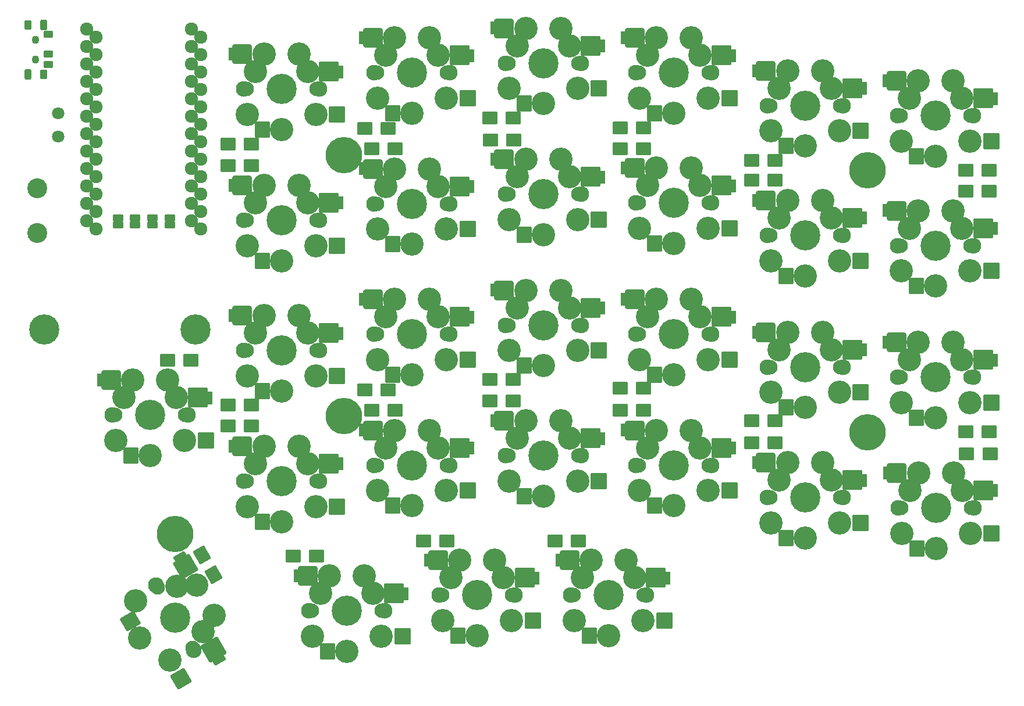
<source format=gts>
G04 #@! TF.GenerationSoftware,KiCad,Pcbnew,8.0.5*
G04 #@! TF.CreationDate,2024-10-03T23:55:07-04:00*
G04 #@! TF.ProjectId,Lily58_Pro,4c696c79-3538-45f5-9072-6f2e6b696361,rev?*
G04 #@! TF.SameCoordinates,Original*
G04 #@! TF.FileFunction,Soldermask,Top*
G04 #@! TF.FilePolarity,Negative*
%FSLAX46Y46*%
G04 Gerber Fmt 4.6, Leading zero omitted, Abs format (unit mm)*
G04 Created by KiCad (PCBNEW 8.0.5) date 2024-10-03 23:55:07*
%MOMM*%
%LPD*%
G01*
G04 APERTURE LIST*
G04 Aperture macros list*
%AMRoundRect*
0 Rectangle with rounded corners*
0 $1 Rounding radius*
0 $2 $3 $4 $5 $6 $7 $8 $9 X,Y pos of 4 corners*
0 Add a 4 corners polygon primitive as box body*
4,1,4,$2,$3,$4,$5,$6,$7,$8,$9,$2,$3,0*
0 Add four circle primitives for the rounded corners*
1,1,$1+$1,$2,$3*
1,1,$1+$1,$4,$5*
1,1,$1+$1,$6,$7*
1,1,$1+$1,$8,$9*
0 Add four rect primitives between the rounded corners*
20,1,$1+$1,$2,$3,$4,$5,0*
20,1,$1+$1,$4,$5,$6,$7,0*
20,1,$1+$1,$6,$7,$8,$9,0*
20,1,$1+$1,$8,$9,$2,$3,0*%
G04 Aperture macros list end*
%ADD10C,5.300000*%
%ADD11C,1.924000*%
%ADD12C,2.900000*%
%ADD13RoundRect,0.200000X-0.900000X-0.750000X0.900000X-0.750000X0.900000X0.750000X-0.900000X0.750000X0*%
%ADD14RoundRect,0.200000X-1.099519X0.404423X-0.199519X-1.154423X1.099519X-0.404423X0.199519X1.154423X0*%
%ADD15C,2.300000*%
%ADD16C,2.100000*%
%ADD17C,3.400000*%
%ADD18C,0.500000*%
%ADD19C,4.400000*%
%ADD20RoundRect,0.200000X-0.350000X-0.750000X0.350000X-0.750000X0.350000X0.750000X-0.350000X0.750000X0*%
%ADD21RoundRect,0.200000X1.200000X1.200000X-1.200000X1.200000X-1.200000X-1.200000X1.200000X-1.200000X0*%
%ADD22RoundRect,0.200000X1.000000X1.000000X-1.000000X1.000000X-1.000000X-1.000000X1.000000X-1.000000X0*%
%ADD23RoundRect,0.200000X0.900000X1.000000X-0.900000X1.000000X-0.900000X-1.000000X0.900000X-1.000000X0*%
%ADD24RoundRect,0.200000X1.250000X1.250000X-1.250000X1.250000X-1.250000X-1.250000X1.250000X-1.250000X0*%
%ADD25RoundRect,0.200000X-0.824519X-0.071891X-0.474519X-0.678109X0.824519X0.071891X0.474519X0.678109X0*%
%ADD26RoundRect,0.200000X1.639230X-0.439230X0.439230X1.639230X-1.639230X0.439230X-0.439230X-1.639230X0*%
%ADD27RoundRect,0.200000X1.366025X-0.366025X0.366025X1.366025X-1.366025X0.366025X-0.366025X-1.366025X0*%
%ADD28RoundRect,0.200000X1.316025X-0.279423X0.416025X1.279423X-1.316025X0.279423X-0.416025X-1.279423X0*%
%ADD29RoundRect,0.200000X1.707532X-0.457532X0.457532X1.707532X-1.707532X0.457532X-0.457532X-1.707532X0*%
%ADD30C,1.797000*%
%ADD31RoundRect,0.200000X0.571500X-0.317500X0.571500X0.317500X-0.571500X0.317500X-0.571500X-0.317500X0*%
%ADD32RoundRect,0.200000X0.300000X-0.500000X0.300000X0.500000X-0.300000X0.500000X-0.300000X-0.500000X0*%
%ADD33RoundRect,0.200000X0.300000X-0.550000X0.300000X0.550000X-0.300000X0.550000X-0.300000X-0.550000X0*%
%ADD34C,1.100000*%
%ADD35RoundRect,0.200000X0.500000X0.300000X-0.500000X0.300000X-0.500000X-0.300000X0.500000X-0.300000X0*%
G04 APERTURE END LIST*
D10*
G04 #@! TO.C,TH3*
X129600000Y-59600000D03*
G04 #@! TD*
G04 #@! TO.C,TH4*
X205800000Y-61800000D03*
G04 #@! TD*
G04 #@! TO.C,TH5*
X129600000Y-97600000D03*
G04 #@! TD*
G04 #@! TO.C,TH6*
X205800000Y-100000000D03*
G04 #@! TD*
G04 #@! TO.C,TH7*
X105000000Y-114800000D03*
G04 #@! TD*
D11*
G04 #@! TO.C,U1*
X92180000Y-41230000D03*
X108718815Y-42425745D03*
X92180000Y-43770000D03*
X108718815Y-44965745D03*
X92180000Y-46310000D03*
X108718815Y-47505745D03*
X92180000Y-48850000D03*
X108718815Y-50045745D03*
X92180000Y-51390000D03*
X108718815Y-52585745D03*
X92180000Y-53930000D03*
X108718815Y-55125745D03*
X92180000Y-56470000D03*
X108718815Y-57665745D03*
X92180000Y-59010000D03*
X108718815Y-60205745D03*
X92180000Y-61550000D03*
X108718815Y-62745745D03*
X92180000Y-64090000D03*
X108718815Y-65285745D03*
X92180000Y-66630000D03*
X108718815Y-67825745D03*
X92180000Y-69170000D03*
X108718815Y-70365745D03*
X93478815Y-70365745D03*
X107420000Y-69170000D03*
X93478815Y-67825745D03*
X107420000Y-66630000D03*
X93478815Y-65285745D03*
X107420000Y-64090000D03*
X93478815Y-62745745D03*
X107420000Y-61550000D03*
X93478815Y-60205745D03*
X107420000Y-59010000D03*
X93478815Y-57665745D03*
X107420000Y-56470000D03*
X93478815Y-55125745D03*
X107420000Y-53930000D03*
X93478815Y-52585745D03*
X107420000Y-51390000D03*
X93478815Y-50045745D03*
X107420000Y-48850000D03*
X93478815Y-47505745D03*
X107420000Y-46310000D03*
X93478815Y-44965745D03*
X107420000Y-43770000D03*
X93478815Y-42425745D03*
X107420000Y-41230000D03*
G04 #@! TD*
D12*
G04 #@! TO.C,RSW1*
X85000000Y-70950000D03*
X85000000Y-64450000D03*
G04 #@! TD*
D13*
G04 #@! TO.C,D1*
X112700000Y-58000000D03*
X116100000Y-58000000D03*
G04 #@! TD*
G04 #@! TO.C,D2*
X132600000Y-55700000D03*
X136000000Y-55700000D03*
G04 #@! TD*
G04 #@! TO.C,D3*
X150800000Y-54200000D03*
X154200000Y-54200000D03*
G04 #@! TD*
G04 #@! TO.C,D4*
X169800000Y-55600000D03*
X173200000Y-55600000D03*
G04 #@! TD*
G04 #@! TO.C,D5*
X188900000Y-60400000D03*
X192300000Y-60400000D03*
G04 #@! TD*
G04 #@! TO.C,D6*
X220100000Y-61800000D03*
X223500000Y-61800000D03*
G04 #@! TD*
G04 #@! TO.C,D7*
X112700000Y-61100000D03*
X116100000Y-61100000D03*
G04 #@! TD*
G04 #@! TO.C,D8*
X133600000Y-58700000D03*
X137000000Y-58700000D03*
G04 #@! TD*
G04 #@! TO.C,D9*
X150900000Y-57400000D03*
X154300000Y-57400000D03*
G04 #@! TD*
G04 #@! TO.C,D10*
X169800000Y-58700000D03*
X173200000Y-58700000D03*
G04 #@! TD*
G04 #@! TO.C,D11*
X188900000Y-63300000D03*
X192300000Y-63300000D03*
G04 #@! TD*
G04 #@! TO.C,D12*
X220100000Y-64900000D03*
X223500000Y-64900000D03*
G04 #@! TD*
G04 #@! TO.C,D13*
X112700000Y-96000000D03*
X116100000Y-96000000D03*
G04 #@! TD*
G04 #@! TO.C,D14*
X132600000Y-93800000D03*
X136000000Y-93800000D03*
G04 #@! TD*
G04 #@! TO.C,D15*
X150800000Y-92300000D03*
X154200000Y-92300000D03*
G04 #@! TD*
G04 #@! TO.C,D16*
X169800000Y-93600000D03*
X173200000Y-93600000D03*
G04 #@! TD*
G04 #@! TO.C,D17*
X188900000Y-98300000D03*
X192300000Y-98300000D03*
G04 #@! TD*
G04 #@! TO.C,D18*
X220100000Y-99900000D03*
X223500000Y-99900000D03*
G04 #@! TD*
G04 #@! TO.C,D19*
X112700000Y-99100000D03*
X116100000Y-99100000D03*
G04 #@! TD*
G04 #@! TO.C,D20*
X133600000Y-96800000D03*
X137000000Y-96800000D03*
G04 #@! TD*
G04 #@! TO.C,D21*
X150800000Y-95400000D03*
X154200000Y-95400000D03*
G04 #@! TD*
G04 #@! TO.C,D22*
X169800000Y-96800000D03*
X173200000Y-96800000D03*
G04 #@! TD*
G04 #@! TO.C,D23*
X188900000Y-101500000D03*
X192300000Y-101500000D03*
G04 #@! TD*
G04 #@! TO.C,D24*
X220200000Y-103100000D03*
X223600000Y-103100000D03*
G04 #@! TD*
G04 #@! TO.C,D25*
X103900000Y-89500000D03*
X107300000Y-89500000D03*
G04 #@! TD*
D14*
G04 #@! TO.C,D26*
X108950000Y-117827757D03*
X110650000Y-120772243D03*
G04 #@! TD*
D13*
G04 #@! TO.C,D27*
X122200000Y-118000000D03*
X125600000Y-118000000D03*
G04 #@! TD*
G04 #@! TO.C,D28*
X141200000Y-115800000D03*
X144600000Y-115800000D03*
G04 #@! TD*
G04 #@! TO.C,D29*
X160300000Y-115800000D03*
X163700000Y-115800000D03*
G04 #@! TD*
D15*
G04 #@! TO.C,SW1*
X115000000Y-50000000D03*
D16*
X115420000Y-50000000D03*
D17*
X115500000Y-53700000D03*
D18*
X116675000Y-47420000D03*
D17*
X116690000Y-47459999D03*
X117960000Y-44920000D03*
D19*
X120500000Y-50000000D03*
D17*
X120500000Y-55900000D03*
X123040000Y-44920000D03*
X124310000Y-47460000D03*
X124310000Y-47460000D03*
D18*
X124325000Y-47420000D03*
D17*
X125500000Y-53700000D03*
D16*
X125580000Y-50000000D03*
D15*
X126000000Y-50000000D03*
D20*
X113300000Y-44900000D03*
D21*
X114800000Y-44920000D03*
D22*
X128600000Y-53700000D03*
D23*
X117700000Y-55900000D03*
D24*
X127400000Y-47459999D03*
D20*
X129000000Y-47500000D03*
G04 #@! TD*
D15*
G04 #@! TO.C,SW2*
X134000000Y-47600000D03*
D16*
X134420000Y-47600000D03*
D17*
X134500000Y-51300000D03*
D18*
X135675000Y-45020000D03*
D17*
X135690000Y-45059999D03*
X136960000Y-42520000D03*
D19*
X139500000Y-47600000D03*
D17*
X139500000Y-53500000D03*
X142040000Y-42520000D03*
X143310000Y-45060000D03*
X143310000Y-45060000D03*
D18*
X143325000Y-45020000D03*
D17*
X144500000Y-51300000D03*
D16*
X144580000Y-47600000D03*
D15*
X145000000Y-47600000D03*
D20*
X132300000Y-42500000D03*
D21*
X133800000Y-42520000D03*
D22*
X147600000Y-51300000D03*
D23*
X136700000Y-53500000D03*
D24*
X146400000Y-45059999D03*
D20*
X148000000Y-45100000D03*
G04 #@! TD*
D15*
G04 #@! TO.C,SW3*
X153100000Y-46210000D03*
D16*
X153520000Y-46210000D03*
D17*
X153600000Y-49910000D03*
D18*
X154775000Y-43630000D03*
D17*
X154790000Y-43669999D03*
X156060000Y-41130000D03*
D19*
X158600000Y-46210000D03*
D17*
X158600000Y-52110000D03*
X161140000Y-41130000D03*
X162410000Y-43670000D03*
X162410000Y-43670000D03*
D18*
X162425000Y-43630000D03*
D17*
X163600000Y-49910000D03*
D16*
X163680000Y-46210000D03*
D15*
X164100000Y-46210000D03*
D20*
X151400000Y-41110000D03*
D21*
X152900000Y-41130000D03*
D22*
X166700000Y-49910000D03*
D23*
X155800000Y-52110000D03*
D24*
X165500000Y-43669999D03*
D20*
X167100000Y-43710000D03*
G04 #@! TD*
D15*
G04 #@! TO.C,SW4*
X172100000Y-47600000D03*
D16*
X172520000Y-47600000D03*
D17*
X172600000Y-51300000D03*
D18*
X173775000Y-45020000D03*
D17*
X173790000Y-45059999D03*
X175060000Y-42520000D03*
D19*
X177600000Y-47600000D03*
D17*
X177600000Y-53500000D03*
X180140000Y-42520000D03*
X181410000Y-45060000D03*
X181410000Y-45060000D03*
D18*
X181425000Y-45020000D03*
D17*
X182600000Y-51300000D03*
D16*
X182680000Y-47600000D03*
D15*
X183100000Y-47600000D03*
D20*
X170400000Y-42500000D03*
D21*
X171900000Y-42520000D03*
D22*
X185700000Y-51300000D03*
D23*
X174800000Y-53500000D03*
D24*
X184500000Y-45059999D03*
D20*
X186100000Y-45100000D03*
G04 #@! TD*
D15*
G04 #@! TO.C,SW5*
X191200000Y-52400000D03*
D16*
X191620000Y-52400000D03*
D17*
X191700000Y-56100000D03*
D18*
X192875000Y-49820000D03*
D17*
X192890000Y-49859999D03*
X194160000Y-47320000D03*
D19*
X196700000Y-52400000D03*
D17*
X196700000Y-58300000D03*
X199240000Y-47320000D03*
X200510000Y-49860000D03*
X200510000Y-49860000D03*
D18*
X200525000Y-49820000D03*
D17*
X201700000Y-56100000D03*
D16*
X201780000Y-52400000D03*
D15*
X202200000Y-52400000D03*
D20*
X189500000Y-47300000D03*
D21*
X191000000Y-47320000D03*
D22*
X204800000Y-56100000D03*
D23*
X193900000Y-58300000D03*
D24*
X203600000Y-49859999D03*
D20*
X205200000Y-49900000D03*
G04 #@! TD*
D15*
G04 #@! TO.C,SW6*
X210200000Y-53900000D03*
D16*
X210620000Y-53900000D03*
D17*
X210700000Y-57600000D03*
D18*
X211875000Y-51320000D03*
D17*
X211890000Y-51359999D03*
X213160000Y-48820000D03*
D19*
X215700000Y-53900000D03*
D17*
X215700000Y-59800000D03*
X218240000Y-48820000D03*
X219510000Y-51360000D03*
X219510000Y-51360000D03*
D18*
X219525000Y-51320000D03*
D17*
X220700000Y-57600000D03*
D16*
X220780000Y-53900000D03*
D15*
X221200000Y-53900000D03*
D20*
X208500000Y-48800000D03*
D21*
X210000000Y-48820000D03*
D22*
X223800000Y-57600000D03*
D23*
X212900000Y-59800000D03*
D24*
X222600000Y-51359999D03*
D20*
X224200000Y-51400000D03*
G04 #@! TD*
D15*
G04 #@! TO.C,SW7*
X115000000Y-69100000D03*
D16*
X115420000Y-69100000D03*
D17*
X115500000Y-72800000D03*
D18*
X116675000Y-66520000D03*
D17*
X116690000Y-66559999D03*
X117960000Y-64020000D03*
D19*
X120500000Y-69100000D03*
D17*
X120500000Y-75000000D03*
X123040000Y-64020000D03*
X124310000Y-66560000D03*
X124310000Y-66560000D03*
D18*
X124325000Y-66520000D03*
D17*
X125500000Y-72800000D03*
D16*
X125580000Y-69100000D03*
D15*
X126000000Y-69100000D03*
D20*
X113300000Y-64000000D03*
D21*
X114800000Y-64020000D03*
D22*
X128600000Y-72800000D03*
D23*
X117700000Y-75000000D03*
D24*
X127400000Y-66559999D03*
D20*
X129000000Y-66600000D03*
G04 #@! TD*
D15*
G04 #@! TO.C,SW8*
X134000000Y-66700000D03*
D16*
X134420000Y-66700000D03*
D17*
X134500000Y-70400000D03*
D18*
X135675000Y-64120000D03*
D17*
X135690000Y-64159999D03*
X136960000Y-61620000D03*
D19*
X139500000Y-66700000D03*
D17*
X139500000Y-72600000D03*
X142040000Y-61620000D03*
X143310000Y-64160000D03*
X143310000Y-64160000D03*
D18*
X143325000Y-64120000D03*
D17*
X144500000Y-70400000D03*
D16*
X144580000Y-66700000D03*
D15*
X145000000Y-66700000D03*
D20*
X132300000Y-61600000D03*
D21*
X133800000Y-61620000D03*
D22*
X147600000Y-70400000D03*
D23*
X136700000Y-72600000D03*
D24*
X146400000Y-64159999D03*
D20*
X148000000Y-64200000D03*
G04 #@! TD*
D15*
G04 #@! TO.C,SW9*
X153100000Y-65300000D03*
D16*
X153520000Y-65300000D03*
D17*
X153600000Y-69000000D03*
D18*
X154775000Y-62720000D03*
D17*
X154790000Y-62759999D03*
X156060000Y-60220000D03*
D19*
X158600000Y-65300000D03*
D17*
X158600000Y-71200000D03*
X161140000Y-60220000D03*
X162410000Y-62760000D03*
X162410000Y-62760000D03*
D18*
X162425000Y-62720000D03*
D17*
X163600000Y-69000000D03*
D16*
X163680000Y-65300000D03*
D15*
X164100000Y-65300000D03*
D20*
X151400000Y-60200000D03*
D21*
X152900000Y-60220000D03*
D22*
X166700000Y-69000000D03*
D23*
X155800000Y-71200000D03*
D24*
X165500000Y-62759999D03*
D20*
X167100000Y-62800000D03*
G04 #@! TD*
D15*
G04 #@! TO.C,SW10*
X172100000Y-66600000D03*
D16*
X172520000Y-66600000D03*
D17*
X172600000Y-70300000D03*
D18*
X173775000Y-64020000D03*
D17*
X173790000Y-64059999D03*
X175060000Y-61520000D03*
D19*
X177600000Y-66600000D03*
D17*
X177600000Y-72500000D03*
X180140000Y-61520000D03*
X181410000Y-64060000D03*
X181410000Y-64060000D03*
D18*
X181425000Y-64020000D03*
D17*
X182600000Y-70300000D03*
D16*
X182680000Y-66600000D03*
D15*
X183100000Y-66600000D03*
D20*
X170400000Y-61500000D03*
D21*
X171900000Y-61520000D03*
D22*
X185700000Y-70300000D03*
D23*
X174800000Y-72500000D03*
D24*
X184500000Y-64059999D03*
D20*
X186100000Y-64100000D03*
G04 #@! TD*
D15*
G04 #@! TO.C,SW11*
X191200000Y-71300000D03*
D16*
X191620000Y-71300000D03*
D17*
X191700000Y-75000000D03*
D18*
X192875000Y-68720000D03*
D17*
X192890000Y-68759999D03*
X194160000Y-66220000D03*
D19*
X196700000Y-71300000D03*
D17*
X196700000Y-77200000D03*
X199240000Y-66220000D03*
X200510000Y-68760000D03*
X200510000Y-68760000D03*
D18*
X200525000Y-68720000D03*
D17*
X201700000Y-75000000D03*
D16*
X201780000Y-71300000D03*
D15*
X202200000Y-71300000D03*
D20*
X189500000Y-66200000D03*
D21*
X191000000Y-66220000D03*
D22*
X204800000Y-75000000D03*
D23*
X193900000Y-77200000D03*
D24*
X203600000Y-68759999D03*
D20*
X205200000Y-68800000D03*
G04 #@! TD*
D15*
G04 #@! TO.C,SW12*
X210200000Y-72800000D03*
D16*
X210620000Y-72800000D03*
D17*
X210700000Y-76500000D03*
D18*
X211875000Y-70220000D03*
D17*
X211890000Y-70259999D03*
X213160000Y-67720000D03*
D19*
X215700000Y-72800000D03*
D17*
X215700000Y-78700000D03*
X218240000Y-67720000D03*
X219510000Y-70260000D03*
X219510000Y-70260000D03*
D18*
X219525000Y-70220000D03*
D17*
X220700000Y-76500000D03*
D16*
X220780000Y-72800000D03*
D15*
X221200000Y-72800000D03*
D20*
X208500000Y-67700000D03*
D21*
X210000000Y-67720000D03*
D22*
X223800000Y-76500000D03*
D23*
X212900000Y-78700000D03*
D24*
X222600000Y-70259999D03*
D20*
X224200000Y-70300000D03*
G04 #@! TD*
D15*
G04 #@! TO.C,SW13*
X115000000Y-88100000D03*
D16*
X115420000Y-88100000D03*
D17*
X115500000Y-91800000D03*
D18*
X116675000Y-85520000D03*
D17*
X116690000Y-85559999D03*
X117960000Y-83020000D03*
D19*
X120500000Y-88100000D03*
D17*
X120500000Y-94000000D03*
X123040000Y-83020000D03*
X124310000Y-85560000D03*
X124310000Y-85560000D03*
D18*
X124325000Y-85520000D03*
D17*
X125500000Y-91800000D03*
D16*
X125580000Y-88100000D03*
D15*
X126000000Y-88100000D03*
D20*
X113300000Y-83000000D03*
D21*
X114800000Y-83020000D03*
D22*
X128600000Y-91800000D03*
D23*
X117700000Y-94000000D03*
D24*
X127400000Y-85559999D03*
D20*
X129000000Y-85600000D03*
G04 #@! TD*
D15*
G04 #@! TO.C,SW14*
X134000000Y-85700000D03*
D16*
X134420000Y-85700000D03*
D17*
X134500000Y-89400000D03*
D18*
X135675000Y-83120000D03*
D17*
X135690000Y-83159999D03*
X136960000Y-80620000D03*
D19*
X139500000Y-85700000D03*
D17*
X139500000Y-91600000D03*
X142040000Y-80620000D03*
X143310000Y-83160000D03*
X143310000Y-83160000D03*
D18*
X143325000Y-83120000D03*
D17*
X144500000Y-89400000D03*
D16*
X144580000Y-85700000D03*
D15*
X145000000Y-85700000D03*
D20*
X132300000Y-80600000D03*
D21*
X133800000Y-80620000D03*
D22*
X147600000Y-89400000D03*
D23*
X136700000Y-91600000D03*
D24*
X146400000Y-83159999D03*
D20*
X148000000Y-83200000D03*
G04 #@! TD*
D15*
G04 #@! TO.C,SW15*
X153100000Y-84400000D03*
D16*
X153520000Y-84400000D03*
D17*
X153600000Y-88100000D03*
D18*
X154775000Y-81820000D03*
D17*
X154790000Y-81859999D03*
X156060000Y-79320000D03*
D19*
X158600000Y-84400000D03*
D17*
X158600000Y-90300000D03*
X161140000Y-79320000D03*
X162410000Y-81860000D03*
X162410000Y-81860000D03*
D18*
X162425000Y-81820000D03*
D17*
X163600000Y-88100000D03*
D16*
X163680000Y-84400000D03*
D15*
X164100000Y-84400000D03*
D20*
X151400000Y-79300000D03*
D21*
X152900000Y-79320000D03*
D22*
X166700000Y-88100000D03*
D23*
X155800000Y-90300000D03*
D24*
X165500000Y-81859999D03*
D20*
X167100000Y-81900000D03*
G04 #@! TD*
D15*
G04 #@! TO.C,SW16*
X172100000Y-85700000D03*
D16*
X172520000Y-85700000D03*
D17*
X172600000Y-89400000D03*
D18*
X173775000Y-83120000D03*
D17*
X173790000Y-83159999D03*
X175060000Y-80620000D03*
D19*
X177600000Y-85700000D03*
D17*
X177600000Y-91600000D03*
X180140000Y-80620000D03*
X181410000Y-83160000D03*
X181410000Y-83160000D03*
D18*
X181425000Y-83120000D03*
D17*
X182600000Y-89400000D03*
D16*
X182680000Y-85700000D03*
D15*
X183100000Y-85700000D03*
D20*
X170400000Y-80600000D03*
D21*
X171900000Y-80620000D03*
D22*
X185700000Y-89400000D03*
D23*
X174800000Y-91600000D03*
D24*
X184500000Y-83159999D03*
D20*
X186100000Y-83200000D03*
G04 #@! TD*
D15*
G04 #@! TO.C,SW17*
X191200000Y-90500000D03*
D16*
X191620000Y-90500000D03*
D17*
X191700000Y-94200000D03*
D18*
X192875000Y-87920000D03*
D17*
X192890000Y-87959999D03*
X194160000Y-85420000D03*
D19*
X196700000Y-90500000D03*
D17*
X196700000Y-96400000D03*
X199240000Y-85420000D03*
X200510000Y-87960000D03*
X200510000Y-87960000D03*
D18*
X200525000Y-87920000D03*
D17*
X201700000Y-94200000D03*
D16*
X201780000Y-90500000D03*
D15*
X202200000Y-90500000D03*
D20*
X189500000Y-85400000D03*
D21*
X191000000Y-85420000D03*
D22*
X204800000Y-94200000D03*
D23*
X193900000Y-96400000D03*
D24*
X203600000Y-87959999D03*
D20*
X205200000Y-88000000D03*
G04 #@! TD*
D15*
G04 #@! TO.C,SW18*
X210200000Y-92000000D03*
D16*
X210620000Y-92000000D03*
D17*
X210700000Y-95700000D03*
D18*
X211875000Y-89420000D03*
D17*
X211890000Y-89459999D03*
X213160000Y-86920000D03*
D19*
X215700000Y-92000000D03*
D17*
X215700000Y-97900000D03*
X218240000Y-86920000D03*
X219510000Y-89460000D03*
X219510000Y-89460000D03*
D18*
X219525000Y-89420000D03*
D17*
X220700000Y-95700000D03*
D16*
X220780000Y-92000000D03*
D15*
X221200000Y-92000000D03*
D20*
X208500000Y-86900000D03*
D21*
X210000000Y-86920000D03*
D22*
X223800000Y-95700000D03*
D23*
X212900000Y-97900000D03*
D24*
X222600000Y-89459999D03*
D20*
X224200000Y-89500000D03*
G04 #@! TD*
D15*
G04 #@! TO.C,SW19*
X115000000Y-107100000D03*
D16*
X115420000Y-107100000D03*
D17*
X115500000Y-110800000D03*
D18*
X116675000Y-104520000D03*
D17*
X116690000Y-104559999D03*
X117960000Y-102020000D03*
D19*
X120500000Y-107100000D03*
D17*
X120500000Y-113000000D03*
X123040000Y-102020000D03*
X124310000Y-104560000D03*
X124310000Y-104560000D03*
D18*
X124325000Y-104520000D03*
D17*
X125500000Y-110800000D03*
D16*
X125580000Y-107100000D03*
D15*
X126000000Y-107100000D03*
D20*
X113300000Y-102000000D03*
D21*
X114800000Y-102020000D03*
D22*
X128600000Y-110800000D03*
D23*
X117700000Y-113000000D03*
D24*
X127400000Y-104559999D03*
D20*
X129000000Y-104600000D03*
G04 #@! TD*
D15*
G04 #@! TO.C,SW20*
X134000000Y-104800000D03*
D16*
X134420000Y-104800000D03*
D17*
X134500000Y-108500000D03*
D18*
X135675000Y-102220000D03*
D17*
X135690000Y-102259999D03*
X136960000Y-99720000D03*
D19*
X139500000Y-104800000D03*
D17*
X139500000Y-110700000D03*
X142040000Y-99720000D03*
X143310000Y-102260000D03*
X143310000Y-102260000D03*
D18*
X143325000Y-102220000D03*
D17*
X144500000Y-108500000D03*
D16*
X144580000Y-104800000D03*
D15*
X145000000Y-104800000D03*
D20*
X132300000Y-99700000D03*
D21*
X133800000Y-99720000D03*
D22*
X147600000Y-108500000D03*
D23*
X136700000Y-110700000D03*
D24*
X146400000Y-102259999D03*
D20*
X148000000Y-102300000D03*
G04 #@! TD*
D15*
G04 #@! TO.C,SW21*
X153100000Y-103400000D03*
D16*
X153520000Y-103400000D03*
D17*
X153600000Y-107100000D03*
D18*
X154775000Y-100820000D03*
D17*
X154790000Y-100859999D03*
X156060000Y-98320000D03*
D19*
X158600000Y-103400000D03*
D17*
X158600000Y-109300000D03*
X161140000Y-98320000D03*
X162410000Y-100860000D03*
X162410000Y-100860000D03*
D18*
X162425000Y-100820000D03*
D17*
X163600000Y-107100000D03*
D16*
X163680000Y-103400000D03*
D15*
X164100000Y-103400000D03*
D20*
X151400000Y-98300000D03*
D21*
X152900000Y-98320000D03*
D22*
X166700000Y-107100000D03*
D23*
X155800000Y-109300000D03*
D24*
X165500000Y-100859999D03*
D20*
X167100000Y-100900000D03*
G04 #@! TD*
D15*
G04 #@! TO.C,SW22*
X172100000Y-104800000D03*
D16*
X172520000Y-104800000D03*
D17*
X172600000Y-108500000D03*
D18*
X173775000Y-102220000D03*
D17*
X173790000Y-102259999D03*
X175060000Y-99720000D03*
D19*
X177600000Y-104800000D03*
D17*
X177600000Y-110700000D03*
X180140000Y-99720000D03*
X181410000Y-102260000D03*
X181410000Y-102260000D03*
D18*
X181425000Y-102220000D03*
D17*
X182600000Y-108500000D03*
D16*
X182680000Y-104800000D03*
D15*
X183100000Y-104800000D03*
D20*
X170400000Y-99700000D03*
D21*
X171900000Y-99720000D03*
D22*
X185700000Y-108500000D03*
D23*
X174800000Y-110700000D03*
D24*
X184500000Y-102259999D03*
D20*
X186100000Y-102300000D03*
G04 #@! TD*
D15*
G04 #@! TO.C,SW23*
X191200000Y-109500000D03*
D16*
X191620000Y-109500000D03*
D17*
X191700000Y-113200000D03*
D18*
X192875000Y-106920000D03*
D17*
X192890000Y-106959999D03*
X194160000Y-104420000D03*
D19*
X196700000Y-109500000D03*
D17*
X196700000Y-115400000D03*
X199240000Y-104420000D03*
X200510000Y-106960000D03*
X200510000Y-106960000D03*
D18*
X200525000Y-106920000D03*
D17*
X201700000Y-113200000D03*
D16*
X201780000Y-109500000D03*
D15*
X202200000Y-109500000D03*
D20*
X189500000Y-104400000D03*
D21*
X191000000Y-104420000D03*
D22*
X204800000Y-113200000D03*
D23*
X193900000Y-115400000D03*
D24*
X203600000Y-106959999D03*
D20*
X205200000Y-107000000D03*
G04 #@! TD*
D15*
G04 #@! TO.C,SW24*
X210250000Y-111000000D03*
D16*
X210670000Y-111000000D03*
D17*
X210750000Y-114700000D03*
D18*
X211925000Y-108420000D03*
D17*
X211940000Y-108459999D03*
X213210000Y-105920000D03*
D19*
X215750000Y-111000000D03*
D17*
X215750000Y-116900000D03*
X218290000Y-105920000D03*
X219560000Y-108460000D03*
X219560000Y-108460000D03*
D18*
X219575000Y-108420000D03*
D17*
X220750000Y-114700000D03*
D16*
X220830000Y-111000000D03*
D15*
X221250000Y-111000000D03*
D20*
X208550000Y-105900000D03*
D21*
X210050000Y-105920000D03*
D22*
X223850000Y-114700000D03*
D23*
X212950000Y-116900000D03*
D24*
X222650000Y-108459999D03*
D20*
X224250000Y-108500000D03*
G04 #@! TD*
D15*
G04 #@! TO.C,SW25*
X95900000Y-97500000D03*
D16*
X96320000Y-97500000D03*
D17*
X96400000Y-101200000D03*
D18*
X97575000Y-94920000D03*
D17*
X97590000Y-94959999D03*
X98860000Y-92420000D03*
D19*
X101400000Y-97500000D03*
D17*
X101400000Y-103400000D03*
X103940000Y-92420000D03*
X105210000Y-94960000D03*
X105210000Y-94960000D03*
D18*
X105225000Y-94920000D03*
D17*
X106400000Y-101200000D03*
D16*
X106480000Y-97500000D03*
D15*
X106900000Y-97500000D03*
D20*
X94200000Y-92400000D03*
D21*
X95700000Y-92420000D03*
D22*
X109500000Y-101200000D03*
D23*
X98600000Y-103400000D03*
D24*
X108300000Y-94959999D03*
D20*
X109900000Y-95000000D03*
G04 #@! TD*
D15*
G04 #@! TO.C,SW26*
X102250000Y-122236860D03*
D16*
X102460000Y-122600591D03*
D17*
X99295706Y-124519873D03*
D18*
X105321846Y-122397453D03*
D17*
X105294705Y-122430443D03*
X108129409Y-122260295D03*
D19*
X105000000Y-127000000D03*
D17*
X99890450Y-129950000D03*
X110669409Y-126659705D03*
X109104705Y-129029557D03*
X109104705Y-129029557D03*
D18*
X109146846Y-129022547D03*
D17*
X104295706Y-133180127D03*
D16*
X107540000Y-131399409D03*
D15*
X107750000Y-131763140D03*
D25*
X105816730Y-118214617D03*
D26*
X106549409Y-119523655D03*
D27*
X105845706Y-135864806D03*
D28*
X98490450Y-127525129D03*
D29*
X110649705Y-131705575D03*
D25*
X111415064Y-133111216D03*
G04 #@! TD*
D15*
G04 #@! TO.C,SW27*
X124500000Y-126000000D03*
D16*
X124920000Y-126000000D03*
D17*
X125000000Y-129700000D03*
D18*
X126175000Y-123420000D03*
D17*
X126190000Y-123459999D03*
X127460000Y-120920000D03*
D19*
X130000000Y-126000000D03*
D17*
X130000000Y-131900000D03*
X132540000Y-120920000D03*
X133810000Y-123460000D03*
X133810000Y-123460000D03*
D18*
X133825000Y-123420000D03*
D17*
X135000000Y-129700000D03*
D16*
X135080000Y-126000000D03*
D15*
X135500000Y-126000000D03*
D20*
X122800000Y-120900000D03*
D21*
X124300000Y-120920000D03*
D22*
X138100000Y-129700000D03*
D23*
X127200000Y-131900000D03*
D24*
X136900000Y-123459999D03*
D20*
X138500000Y-123500000D03*
G04 #@! TD*
D15*
G04 #@! TO.C,SW28*
X143500000Y-123750000D03*
D16*
X143920000Y-123750000D03*
D17*
X144000000Y-127450000D03*
D18*
X145175000Y-121170000D03*
D17*
X145190000Y-121209999D03*
X146460000Y-118670000D03*
D19*
X149000000Y-123750000D03*
D17*
X149000000Y-129650000D03*
X151540000Y-118670000D03*
X152810000Y-121210000D03*
X152810000Y-121210000D03*
D18*
X152825000Y-121170000D03*
D17*
X154000000Y-127450000D03*
D16*
X154080000Y-123750000D03*
D15*
X154500000Y-123750000D03*
D20*
X141800000Y-118650000D03*
D21*
X143300000Y-118670000D03*
D22*
X157100000Y-127450000D03*
D23*
X146200000Y-129650000D03*
D24*
X155900000Y-121209999D03*
D20*
X157500000Y-121250000D03*
G04 #@! TD*
D15*
G04 #@! TO.C,SW29*
X162600000Y-123750000D03*
D16*
X163020000Y-123750000D03*
D17*
X163100000Y-127450000D03*
D18*
X164275000Y-121170000D03*
D17*
X164290000Y-121209999D03*
X165560000Y-118670000D03*
D19*
X168100000Y-123750000D03*
D17*
X168100000Y-129650000D03*
X170640000Y-118670000D03*
X171910000Y-121210000D03*
X171910000Y-121210000D03*
D18*
X171925000Y-121170000D03*
D17*
X173100000Y-127450000D03*
D16*
X173180000Y-123750000D03*
D15*
X173600000Y-123750000D03*
D20*
X160900000Y-118650000D03*
D21*
X162400000Y-118670000D03*
D22*
X176200000Y-127450000D03*
D23*
X165300000Y-129650000D03*
D24*
X175000000Y-121209999D03*
D20*
X176600000Y-121250000D03*
G04 #@! TD*
D19*
G04 #@! TO.C,TH1*
X86000000Y-85000000D03*
G04 #@! TD*
G04 #@! TO.C,TH2*
X108000000Y-85000000D03*
G04 #@! TD*
D30*
G04 #@! TO.C,BT-*
X87975000Y-56875000D03*
G04 #@! TD*
D31*
G04 #@! TO.C,JP1*
X104300000Y-69800760D03*
X104300000Y-68800000D03*
G04 #@! TD*
G04 #@! TO.C,JP3*
X99200000Y-69800760D03*
X99200000Y-68800000D03*
G04 #@! TD*
G04 #@! TO.C,JP4*
X96700000Y-69775760D03*
X96700000Y-68775000D03*
G04 #@! TD*
D32*
G04 #@! TO.C,PWSW2*
X83589000Y-40625000D03*
D33*
X83589000Y-47825000D03*
D34*
X84732000Y-42775000D03*
X84732000Y-45675000D03*
D33*
X85875000Y-40625000D03*
D32*
X85875000Y-47825000D03*
D35*
X86582000Y-42025000D03*
X86582000Y-44925000D03*
X86582000Y-46425000D03*
G04 #@! TD*
D31*
G04 #@! TO.C,JP2*
X101700000Y-69800760D03*
X101700000Y-68800000D03*
G04 #@! TD*
D30*
G04 #@! TO.C,BT+*
X87975000Y-53525000D03*
G04 #@! TD*
D34*
G04 #@! TO.C,PWSW1*
X84732000Y-42825000D03*
X84732000Y-45725000D03*
G04 #@! TD*
M02*

</source>
